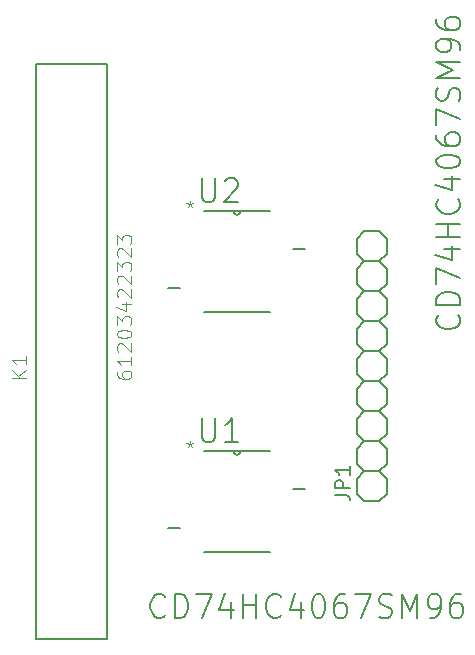
<source format=gbr>
G04 #@! TF.FileFunction,Legend,Top*
%FSLAX46Y46*%
G04 Gerber Fmt 4.6, Leading zero omitted, Abs format (unit mm)*
G04 Created by KiCad (PCBNEW 4.0.4-stable) date 02/13/17 09:14:57*
%MOMM*%
%LPD*%
G01*
G04 APERTURE LIST*
%ADD10C,0.100000*%
%ADD11C,0.152400*%
%ADD12C,0.127000*%
%ADD13C,0.101600*%
%ADD14C,0.208280*%
%ADD15C,0.076200*%
G04 APERTURE END LIST*
D10*
D11*
X157556100Y-102458600D02*
X157556100Y-101188600D01*
X157556100Y-101188600D02*
X158191100Y-100553600D01*
X158191100Y-100553600D02*
X159461100Y-100553600D01*
X159461100Y-100553600D02*
X160096100Y-101188600D01*
X158191100Y-100553600D02*
X157556100Y-99918600D01*
X157556100Y-99918600D02*
X157556100Y-98648600D01*
X157556100Y-98648600D02*
X158191100Y-98013600D01*
X158191100Y-98013600D02*
X159461100Y-98013600D01*
X159461100Y-98013600D02*
X160096100Y-98648600D01*
X160096100Y-98648600D02*
X160096100Y-99918600D01*
X160096100Y-99918600D02*
X159461100Y-100553600D01*
X158191100Y-105633600D02*
X157556100Y-104998600D01*
X157556100Y-104998600D02*
X157556100Y-103728600D01*
X157556100Y-103728600D02*
X158191100Y-103093600D01*
X158191100Y-103093600D02*
X159461100Y-103093600D01*
X159461100Y-103093600D02*
X160096100Y-103728600D01*
X160096100Y-103728600D02*
X160096100Y-104998600D01*
X160096100Y-104998600D02*
X159461100Y-105633600D01*
X157556100Y-102458600D02*
X158191100Y-103093600D01*
X159461100Y-103093600D02*
X160096100Y-102458600D01*
X160096100Y-101188600D02*
X160096100Y-102458600D01*
X157556100Y-110078600D02*
X157556100Y-108808600D01*
X157556100Y-108808600D02*
X158191100Y-108173600D01*
X158191100Y-108173600D02*
X159461100Y-108173600D01*
X159461100Y-108173600D02*
X160096100Y-108808600D01*
X158191100Y-108173600D02*
X157556100Y-107538600D01*
X157556100Y-107538600D02*
X157556100Y-106268600D01*
X157556100Y-106268600D02*
X158191100Y-105633600D01*
X158191100Y-105633600D02*
X159461100Y-105633600D01*
X159461100Y-105633600D02*
X160096100Y-106268600D01*
X160096100Y-106268600D02*
X160096100Y-107538600D01*
X160096100Y-107538600D02*
X159461100Y-108173600D01*
X158191100Y-113253600D02*
X157556100Y-112618600D01*
X157556100Y-112618600D02*
X157556100Y-111348600D01*
X157556100Y-111348600D02*
X158191100Y-110713600D01*
X158191100Y-110713600D02*
X159461100Y-110713600D01*
X159461100Y-110713600D02*
X160096100Y-111348600D01*
X160096100Y-111348600D02*
X160096100Y-112618600D01*
X160096100Y-112618600D02*
X159461100Y-113253600D01*
X157556100Y-110078600D02*
X158191100Y-110713600D01*
X159461100Y-110713600D02*
X160096100Y-110078600D01*
X160096100Y-108808600D02*
X160096100Y-110078600D01*
X157556100Y-117698600D02*
X157556100Y-116428600D01*
X157556100Y-116428600D02*
X158191100Y-115793600D01*
X158191100Y-115793600D02*
X159461100Y-115793600D01*
X159461100Y-115793600D02*
X160096100Y-116428600D01*
X158191100Y-115793600D02*
X157556100Y-115158600D01*
X157556100Y-115158600D02*
X157556100Y-113888600D01*
X157556100Y-113888600D02*
X158191100Y-113253600D01*
X158191100Y-113253600D02*
X159461100Y-113253600D01*
X159461100Y-113253600D02*
X160096100Y-113888600D01*
X160096100Y-113888600D02*
X160096100Y-115158600D01*
X160096100Y-115158600D02*
X159461100Y-115793600D01*
X158191100Y-118333600D02*
X159461100Y-118333600D01*
X157556100Y-117698600D02*
X158191100Y-118333600D01*
X159461100Y-118333600D02*
X160096100Y-117698600D01*
X160096100Y-116428600D02*
X160096100Y-117698600D01*
X157556100Y-97378600D02*
X157556100Y-96108600D01*
X157556100Y-96108600D02*
X158191100Y-95473600D01*
X158191100Y-95473600D02*
X159461100Y-95473600D01*
X159461100Y-95473600D02*
X160096100Y-96108600D01*
X157556100Y-97378600D02*
X158191100Y-98013600D01*
X159461100Y-98013600D02*
X160096100Y-97378600D01*
X160096100Y-96108600D02*
X160096100Y-97378600D01*
D12*
X130426100Y-129948600D02*
X130426100Y-81318600D01*
X130426100Y-81318600D02*
X136426100Y-81318600D01*
X136426100Y-81318600D02*
X136426100Y-129948600D01*
X136426100Y-129948600D02*
X130426100Y-129948600D01*
D11*
X152171300Y-117317600D02*
X153187300Y-117317600D01*
X141604900Y-120619600D02*
X142620900Y-120619600D01*
X144602100Y-122575400D02*
X150190100Y-122575400D01*
X150190100Y-114091800D02*
X147700900Y-114091800D01*
X147700900Y-114091800D02*
X147091300Y-114091800D01*
X147091300Y-114091800D02*
X144602100Y-114091800D01*
X147091300Y-114091800D02*
G75*
G03X147700900Y-114091800I304800J0D01*
G01*
X152171300Y-96997600D02*
X153187300Y-96997600D01*
X141604900Y-100299600D02*
X142620900Y-100299600D01*
X144602100Y-102255400D02*
X150190100Y-102255400D01*
X150190100Y-93771800D02*
X147700900Y-93771800D01*
X147700900Y-93771800D02*
X147091300Y-93771800D01*
X147091300Y-93771800D02*
X144602100Y-93771800D01*
X147091300Y-93771800D02*
G75*
G03X147700900Y-93771800I304800J0D01*
G01*
D12*
X155733348Y-117777824D02*
X156595133Y-117777824D01*
X156767490Y-117835276D01*
X156882395Y-117950181D01*
X156939848Y-118122538D01*
X156939848Y-118237443D01*
X156939848Y-117203300D02*
X155733348Y-117203300D01*
X155733348Y-116743681D01*
X155790800Y-116628776D01*
X155848252Y-116571324D01*
X155963157Y-116513872D01*
X156135514Y-116513872D01*
X156250419Y-116571324D01*
X156307871Y-116628776D01*
X156365324Y-116743681D01*
X156365324Y-117203300D01*
X156939848Y-115364824D02*
X156939848Y-116054252D01*
X156939848Y-115709538D02*
X155733348Y-115709538D01*
X155905705Y-115824443D01*
X156020610Y-115939348D01*
X156078062Y-116054252D01*
D13*
X129558648Y-107886338D02*
X128352148Y-107886338D01*
X129558648Y-107196910D02*
X128869219Y-107713981D01*
X128352148Y-107196910D02*
X129041576Y-107886338D01*
X129558648Y-106047862D02*
X129558648Y-106737290D01*
X129558648Y-106392576D02*
X128352148Y-106392576D01*
X128524505Y-106507481D01*
X128639410Y-106622386D01*
X128696862Y-106737290D01*
X137242148Y-107369267D02*
X137242148Y-107599076D01*
X137299600Y-107713981D01*
X137357052Y-107771433D01*
X137529410Y-107886338D01*
X137759219Y-107943790D01*
X138218838Y-107943790D01*
X138333743Y-107886338D01*
X138391195Y-107828886D01*
X138448648Y-107713981D01*
X138448648Y-107484171D01*
X138391195Y-107369267D01*
X138333743Y-107311814D01*
X138218838Y-107254362D01*
X137931576Y-107254362D01*
X137816671Y-107311814D01*
X137759219Y-107369267D01*
X137701767Y-107484171D01*
X137701767Y-107713981D01*
X137759219Y-107828886D01*
X137816671Y-107886338D01*
X137931576Y-107943790D01*
X138448648Y-106105314D02*
X138448648Y-106794742D01*
X138448648Y-106450028D02*
X137242148Y-106450028D01*
X137414505Y-106564933D01*
X137529410Y-106679838D01*
X137586862Y-106794742D01*
X137357052Y-105645694D02*
X137299600Y-105588242D01*
X137242148Y-105473337D01*
X137242148Y-105186075D01*
X137299600Y-105071171D01*
X137357052Y-105013718D01*
X137471957Y-104956266D01*
X137586862Y-104956266D01*
X137759219Y-105013718D01*
X138448648Y-105703147D01*
X138448648Y-104956266D01*
X137242148Y-104209385D02*
X137242148Y-104094480D01*
X137299600Y-103979575D01*
X137357052Y-103922123D01*
X137471957Y-103864670D01*
X137701767Y-103807218D01*
X137989029Y-103807218D01*
X138218838Y-103864670D01*
X138333743Y-103922123D01*
X138391195Y-103979575D01*
X138448648Y-104094480D01*
X138448648Y-104209385D01*
X138391195Y-104324289D01*
X138333743Y-104381742D01*
X138218838Y-104439194D01*
X137989029Y-104496646D01*
X137701767Y-104496646D01*
X137471957Y-104439194D01*
X137357052Y-104381742D01*
X137299600Y-104324289D01*
X137242148Y-104209385D01*
X137242148Y-103405051D02*
X137242148Y-102658170D01*
X137701767Y-103060337D01*
X137701767Y-102887979D01*
X137759219Y-102773075D01*
X137816671Y-102715622D01*
X137931576Y-102658170D01*
X138218838Y-102658170D01*
X138333743Y-102715622D01*
X138391195Y-102773075D01*
X138448648Y-102887979D01*
X138448648Y-103232694D01*
X138391195Y-103347598D01*
X138333743Y-103405051D01*
X137644314Y-101624027D02*
X138448648Y-101624027D01*
X137184695Y-101911289D02*
X138046481Y-102198550D01*
X138046481Y-101451670D01*
X137357052Y-101049502D02*
X137299600Y-100992050D01*
X137242148Y-100877145D01*
X137242148Y-100589883D01*
X137299600Y-100474979D01*
X137357052Y-100417526D01*
X137471957Y-100360074D01*
X137586862Y-100360074D01*
X137759219Y-100417526D01*
X138448648Y-101106955D01*
X138448648Y-100360074D01*
X137357052Y-99900454D02*
X137299600Y-99843002D01*
X137242148Y-99728097D01*
X137242148Y-99440835D01*
X137299600Y-99325931D01*
X137357052Y-99268478D01*
X137471957Y-99211026D01*
X137586862Y-99211026D01*
X137759219Y-99268478D01*
X138448648Y-99957907D01*
X138448648Y-99211026D01*
X137242148Y-98808859D02*
X137242148Y-98061978D01*
X137701767Y-98464145D01*
X137701767Y-98291787D01*
X137759219Y-98176883D01*
X137816671Y-98119430D01*
X137931576Y-98061978D01*
X138218838Y-98061978D01*
X138333743Y-98119430D01*
X138391195Y-98176883D01*
X138448648Y-98291787D01*
X138448648Y-98636502D01*
X138391195Y-98751406D01*
X138333743Y-98808859D01*
X137357052Y-97602358D02*
X137299600Y-97544906D01*
X137242148Y-97430001D01*
X137242148Y-97142739D01*
X137299600Y-97027835D01*
X137357052Y-96970382D01*
X137471957Y-96912930D01*
X137586862Y-96912930D01*
X137759219Y-96970382D01*
X138448648Y-97659811D01*
X138448648Y-96912930D01*
X137242148Y-96510763D02*
X137242148Y-95763882D01*
X137701767Y-96166049D01*
X137701767Y-95993691D01*
X137759219Y-95878787D01*
X137816671Y-95821334D01*
X137931576Y-95763882D01*
X138218838Y-95763882D01*
X138333743Y-95821334D01*
X138391195Y-95878787D01*
X138448648Y-95993691D01*
X138448648Y-96338406D01*
X138391195Y-96453310D01*
X138333743Y-96510763D01*
D14*
X144412810Y-111307718D02*
X144412810Y-112909490D01*
X144507031Y-113097934D01*
X144601253Y-113192156D01*
X144789697Y-113286378D01*
X145166585Y-113286378D01*
X145355029Y-113192156D01*
X145449250Y-113097934D01*
X145543472Y-112909490D01*
X145543472Y-111307718D01*
X147522132Y-113286378D02*
X146391470Y-113286378D01*
X146956801Y-113286378D02*
X146956801Y-111307718D01*
X146768357Y-111590384D01*
X146579913Y-111778828D01*
X146391470Y-111873050D01*
X141301772Y-127987334D02*
X141207550Y-128081556D01*
X140924885Y-128175778D01*
X140736441Y-128175778D01*
X140453775Y-128081556D01*
X140265331Y-127893112D01*
X140171110Y-127704669D01*
X140076888Y-127327781D01*
X140076888Y-127045115D01*
X140171110Y-126668228D01*
X140265331Y-126479784D01*
X140453775Y-126291340D01*
X140736441Y-126197118D01*
X140924885Y-126197118D01*
X141207550Y-126291340D01*
X141301772Y-126385562D01*
X142149770Y-128175778D02*
X142149770Y-126197118D01*
X142620879Y-126197118D01*
X142903545Y-126291340D01*
X143091989Y-126479784D01*
X143186210Y-126668228D01*
X143280432Y-127045115D01*
X143280432Y-127327781D01*
X143186210Y-127704669D01*
X143091989Y-127893112D01*
X142903545Y-128081556D01*
X142620879Y-128175778D01*
X142149770Y-128175778D01*
X143939986Y-126197118D02*
X145259092Y-126197118D01*
X144411095Y-128175778D01*
X146860865Y-126856671D02*
X146860865Y-128175778D01*
X146389755Y-126102896D02*
X145918646Y-127516225D01*
X147143530Y-127516225D01*
X147897306Y-128175778D02*
X147897306Y-126197118D01*
X147897306Y-127139337D02*
X149027968Y-127139337D01*
X149027968Y-128175778D02*
X149027968Y-126197118D01*
X151100850Y-127987334D02*
X151006628Y-128081556D01*
X150723963Y-128175778D01*
X150535519Y-128175778D01*
X150252853Y-128081556D01*
X150064409Y-127893112D01*
X149970188Y-127704669D01*
X149875966Y-127327781D01*
X149875966Y-127045115D01*
X149970188Y-126668228D01*
X150064409Y-126479784D01*
X150252853Y-126291340D01*
X150535519Y-126197118D01*
X150723963Y-126197118D01*
X151006628Y-126291340D01*
X151100850Y-126385562D01*
X152796845Y-126856671D02*
X152796845Y-128175778D01*
X152325735Y-126102896D02*
X151854626Y-127516225D01*
X153079510Y-127516225D01*
X154210173Y-126197118D02*
X154398617Y-126197118D01*
X154587061Y-126291340D01*
X154681283Y-126385562D01*
X154775505Y-126574006D01*
X154869726Y-126950893D01*
X154869726Y-127422003D01*
X154775505Y-127798890D01*
X154681283Y-127987334D01*
X154587061Y-128081556D01*
X154398617Y-128175778D01*
X154210173Y-128175778D01*
X154021729Y-128081556D01*
X153927507Y-127987334D01*
X153833286Y-127798890D01*
X153739064Y-127422003D01*
X153739064Y-126950893D01*
X153833286Y-126574006D01*
X153927507Y-126385562D01*
X154021729Y-126291340D01*
X154210173Y-126197118D01*
X156565721Y-126197118D02*
X156188833Y-126197118D01*
X156000389Y-126291340D01*
X155906167Y-126385562D01*
X155717724Y-126668228D01*
X155623502Y-127045115D01*
X155623502Y-127798890D01*
X155717724Y-127987334D01*
X155811945Y-128081556D01*
X156000389Y-128175778D01*
X156377277Y-128175778D01*
X156565721Y-128081556D01*
X156659943Y-127987334D01*
X156754164Y-127798890D01*
X156754164Y-127327781D01*
X156659943Y-127139337D01*
X156565721Y-127045115D01*
X156377277Y-126950893D01*
X156000389Y-126950893D01*
X155811945Y-127045115D01*
X155717724Y-127139337D01*
X155623502Y-127327781D01*
X157413718Y-126197118D02*
X158732824Y-126197118D01*
X157884827Y-128175778D01*
X159392378Y-128081556D02*
X159675043Y-128175778D01*
X160146153Y-128175778D01*
X160334597Y-128081556D01*
X160428819Y-127987334D01*
X160523040Y-127798890D01*
X160523040Y-127610447D01*
X160428819Y-127422003D01*
X160334597Y-127327781D01*
X160146153Y-127233559D01*
X159769265Y-127139337D01*
X159580821Y-127045115D01*
X159486600Y-126950893D01*
X159392378Y-126762450D01*
X159392378Y-126574006D01*
X159486600Y-126385562D01*
X159580821Y-126291340D01*
X159769265Y-126197118D01*
X160240375Y-126197118D01*
X160523040Y-126291340D01*
X161371038Y-128175778D02*
X161371038Y-126197118D01*
X162030591Y-127610447D01*
X162690144Y-126197118D01*
X162690144Y-128175778D01*
X163726585Y-128175778D02*
X164103473Y-128175778D01*
X164291917Y-128081556D01*
X164386139Y-127987334D01*
X164574583Y-127704669D01*
X164668804Y-127327781D01*
X164668804Y-126574006D01*
X164574583Y-126385562D01*
X164480361Y-126291340D01*
X164291917Y-126197118D01*
X163915029Y-126197118D01*
X163726585Y-126291340D01*
X163632364Y-126385562D01*
X163538142Y-126574006D01*
X163538142Y-127045115D01*
X163632364Y-127233559D01*
X163726585Y-127327781D01*
X163915029Y-127422003D01*
X164291917Y-127422003D01*
X164480361Y-127327781D01*
X164574583Y-127233559D01*
X164668804Y-127045115D01*
X166364799Y-126197118D02*
X165987911Y-126197118D01*
X165799467Y-126291340D01*
X165705245Y-126385562D01*
X165516802Y-126668228D01*
X165422580Y-127045115D01*
X165422580Y-127798890D01*
X165516802Y-127987334D01*
X165611023Y-128081556D01*
X165799467Y-128175778D01*
X166176355Y-128175778D01*
X166364799Y-128081556D01*
X166459021Y-127987334D01*
X166553242Y-127798890D01*
X166553242Y-127327781D01*
X166459021Y-127139337D01*
X166364799Y-127045115D01*
X166176355Y-126950893D01*
X165799467Y-126950893D01*
X165611023Y-127045115D01*
X165516802Y-127139337D01*
X165422580Y-127327781D01*
D15*
X143410719Y-113183448D02*
X143410719Y-113470710D01*
X143123457Y-113355805D02*
X143410719Y-113470710D01*
X143697981Y-113355805D01*
X143238362Y-113700519D02*
X143410719Y-113470710D01*
X143583076Y-113700519D01*
D14*
X144412810Y-90987718D02*
X144412810Y-92589490D01*
X144507031Y-92777934D01*
X144601253Y-92872156D01*
X144789697Y-92966378D01*
X145166585Y-92966378D01*
X145355029Y-92872156D01*
X145449250Y-92777934D01*
X145543472Y-92589490D01*
X145543472Y-90987718D01*
X146391470Y-91176162D02*
X146485692Y-91081940D01*
X146674135Y-90987718D01*
X147145245Y-90987718D01*
X147333689Y-91081940D01*
X147427911Y-91176162D01*
X147522132Y-91364606D01*
X147522132Y-91553050D01*
X147427911Y-91835715D01*
X146297248Y-92966378D01*
X147522132Y-92966378D01*
X166087334Y-102538228D02*
X166181556Y-102632450D01*
X166275778Y-102915115D01*
X166275778Y-103103559D01*
X166181556Y-103386225D01*
X165993112Y-103574669D01*
X165804669Y-103668890D01*
X165427781Y-103763112D01*
X165145115Y-103763112D01*
X164768228Y-103668890D01*
X164579784Y-103574669D01*
X164391340Y-103386225D01*
X164297118Y-103103559D01*
X164297118Y-102915115D01*
X164391340Y-102632450D01*
X164485562Y-102538228D01*
X166275778Y-101690230D02*
X164297118Y-101690230D01*
X164297118Y-101219121D01*
X164391340Y-100936455D01*
X164579784Y-100748011D01*
X164768228Y-100653790D01*
X165145115Y-100559568D01*
X165427781Y-100559568D01*
X165804669Y-100653790D01*
X165993112Y-100748011D01*
X166181556Y-100936455D01*
X166275778Y-101219121D01*
X166275778Y-101690230D01*
X164297118Y-99900014D02*
X164297118Y-98580908D01*
X166275778Y-99428905D01*
X164956671Y-96979135D02*
X166275778Y-96979135D01*
X164202896Y-97450245D02*
X165616225Y-97921354D01*
X165616225Y-96696470D01*
X166275778Y-95942694D02*
X164297118Y-95942694D01*
X165239337Y-95942694D02*
X165239337Y-94812032D01*
X166275778Y-94812032D02*
X164297118Y-94812032D01*
X166087334Y-92739150D02*
X166181556Y-92833372D01*
X166275778Y-93116037D01*
X166275778Y-93304481D01*
X166181556Y-93587147D01*
X165993112Y-93775591D01*
X165804669Y-93869812D01*
X165427781Y-93964034D01*
X165145115Y-93964034D01*
X164768228Y-93869812D01*
X164579784Y-93775591D01*
X164391340Y-93587147D01*
X164297118Y-93304481D01*
X164297118Y-93116037D01*
X164391340Y-92833372D01*
X164485562Y-92739150D01*
X164956671Y-91043155D02*
X166275778Y-91043155D01*
X164202896Y-91514265D02*
X165616225Y-91985374D01*
X165616225Y-90760490D01*
X164297118Y-89629827D02*
X164297118Y-89441383D01*
X164391340Y-89252939D01*
X164485562Y-89158717D01*
X164674006Y-89064495D01*
X165050893Y-88970274D01*
X165522003Y-88970274D01*
X165898890Y-89064495D01*
X166087334Y-89158717D01*
X166181556Y-89252939D01*
X166275778Y-89441383D01*
X166275778Y-89629827D01*
X166181556Y-89818271D01*
X166087334Y-89912493D01*
X165898890Y-90006714D01*
X165522003Y-90100936D01*
X165050893Y-90100936D01*
X164674006Y-90006714D01*
X164485562Y-89912493D01*
X164391340Y-89818271D01*
X164297118Y-89629827D01*
X164297118Y-87274279D02*
X164297118Y-87651167D01*
X164391340Y-87839611D01*
X164485562Y-87933833D01*
X164768228Y-88122276D01*
X165145115Y-88216498D01*
X165898890Y-88216498D01*
X166087334Y-88122276D01*
X166181556Y-88028055D01*
X166275778Y-87839611D01*
X166275778Y-87462723D01*
X166181556Y-87274279D01*
X166087334Y-87180057D01*
X165898890Y-87085836D01*
X165427781Y-87085836D01*
X165239337Y-87180057D01*
X165145115Y-87274279D01*
X165050893Y-87462723D01*
X165050893Y-87839611D01*
X165145115Y-88028055D01*
X165239337Y-88122276D01*
X165427781Y-88216498D01*
X164297118Y-86426282D02*
X164297118Y-85107176D01*
X166275778Y-85955173D01*
X166181556Y-84447622D02*
X166275778Y-84164957D01*
X166275778Y-83693847D01*
X166181556Y-83505403D01*
X166087334Y-83411181D01*
X165898890Y-83316960D01*
X165710447Y-83316960D01*
X165522003Y-83411181D01*
X165427781Y-83505403D01*
X165333559Y-83693847D01*
X165239337Y-84070735D01*
X165145115Y-84259179D01*
X165050893Y-84353400D01*
X164862450Y-84447622D01*
X164674006Y-84447622D01*
X164485562Y-84353400D01*
X164391340Y-84259179D01*
X164297118Y-84070735D01*
X164297118Y-83599625D01*
X164391340Y-83316960D01*
X166275778Y-82468962D02*
X164297118Y-82468962D01*
X165710447Y-81809409D01*
X164297118Y-81149856D01*
X166275778Y-81149856D01*
X166275778Y-80113415D02*
X166275778Y-79736527D01*
X166181556Y-79548083D01*
X166087334Y-79453861D01*
X165804669Y-79265417D01*
X165427781Y-79171196D01*
X164674006Y-79171196D01*
X164485562Y-79265417D01*
X164391340Y-79359639D01*
X164297118Y-79548083D01*
X164297118Y-79924971D01*
X164391340Y-80113415D01*
X164485562Y-80207636D01*
X164674006Y-80301858D01*
X165145115Y-80301858D01*
X165333559Y-80207636D01*
X165427781Y-80113415D01*
X165522003Y-79924971D01*
X165522003Y-79548083D01*
X165427781Y-79359639D01*
X165333559Y-79265417D01*
X165145115Y-79171196D01*
X164297118Y-77475201D02*
X164297118Y-77852089D01*
X164391340Y-78040533D01*
X164485562Y-78134755D01*
X164768228Y-78323198D01*
X165145115Y-78417420D01*
X165898890Y-78417420D01*
X166087334Y-78323198D01*
X166181556Y-78228977D01*
X166275778Y-78040533D01*
X166275778Y-77663645D01*
X166181556Y-77475201D01*
X166087334Y-77380979D01*
X165898890Y-77286758D01*
X165427781Y-77286758D01*
X165239337Y-77380979D01*
X165145115Y-77475201D01*
X165050893Y-77663645D01*
X165050893Y-78040533D01*
X165145115Y-78228977D01*
X165239337Y-78323198D01*
X165427781Y-78417420D01*
D15*
X143410719Y-92863448D02*
X143410719Y-93150710D01*
X143123457Y-93035805D02*
X143410719Y-93150710D01*
X143697981Y-93035805D01*
X143238362Y-93380519D02*
X143410719Y-93150710D01*
X143583076Y-93380519D01*
M02*

</source>
